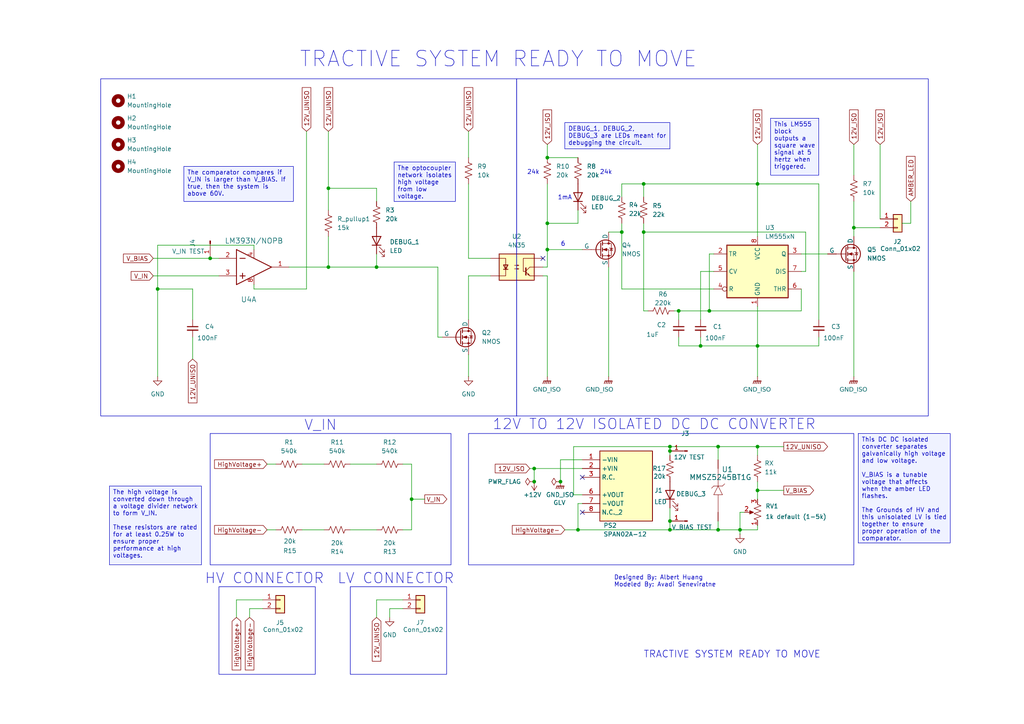
<source format=kicad_sch>
(kicad_sch (version 20250114) (generator "eeschema") (generator_version "9.0")
  (paper "A4")
  (lib_symbols
    (symbol "2025-02-03_19-55-47:LM393N_NOPB" (pin_names (offset 0.254) (hide yes))
      (property "Reference" "U4" (at 3.556 -14.478 0))
      (property "Value" "LM393N/NOPB" (at 5.08 2.54 0))
      (symbol "LM393N_NOPB_1_1"
        (polyline (pts (xy 0 0) (xy 0 -10.16)) (stroke (width 0.254)))
        (polyline (pts (xy 0 0) (xy 10.16 -5.08)) (stroke (width 0.254)))
        (polyline (pts (xy 0 -10.16) (xy 10.16 -5.08)) (stroke (width 0.254)))
        (polyline (pts (xy 1.016 -2.54) (xy 2.54 -2.54)) (stroke (width 0.254)))
        (polyline (pts (xy 1.016 -7.62) (xy 2.54 -7.62)) (stroke (width 0.254)))
        (polyline (pts (xy 1.778 -6.858) (xy 1.778 -8.382)) (stroke (width 0.254)))
        (pin input line (at -5.08 -2.54 0) (length 5.08) (name "IN-") (number "2"))
        (pin input line (at -5.08 -7.62 0) (length 5.08) (name "IN+") (number "3"))
        (pin input line (at 5.08 0 270) (length 2.54) (name "GND") (number "4"))
        (pin input line (at 5.08 -10.16 90) (length 2.54) (name "V+") (number "8"))
        (pin output line (at 15.24 -5.08 180) (length 5.08) (name "OUT") (number "1"))
      )
      (symbol "LM393N_NOPB_1_2"
        (polyline (pts (xy 0 0) (xy 0 -10.16)) (stroke (width 0.254)))
        (polyline (pts (xy 0 0) (xy 10.16 -5.08)) (stroke (width 0.254)))
        (polyline (pts (xy 0 -10.16) (xy 10.16 -5.08)) (stroke (width 0.254)))
        (polyline (pts (xy 1.016 -2.54) (xy 2.54 -2.54)) (stroke (width 0.254)))
        (polyline (pts (xy 1.016 -7.62) (xy 2.54 -7.62)) (stroke (width 0.254)))
        (polyline (pts (xy 1.778 -6.858) (xy 1.778 -8.382)) (stroke (width 0.254)))
        (pin input line (at -5.08 -2.54 0) (length 5.08) (name "IN-") (number "2"))
        (pin input line (at -5.08 -7.62 0) (length 5.08) (name "IN+") (number "3"))
        (pin output line (at 15.24 -5.08 180) (length 5.08) (name "OUT") (number "1"))
      )
      (symbol "LM393N_NOPB_2_1"
        (polyline (pts (xy 0 0) (xy 0 -10.16)) (stroke (width 0.254)))
        (polyline (pts (xy 0 0) (xy 10.16 -5.08)) (stroke (width 0.254)))
        (polyline (pts (xy 0 -10.16) (xy 10.16 -5.08)) (stroke (width 0.254)))
        (polyline (pts (xy 1.016 -2.54) (xy 2.54 -2.54)) (stroke (width 0.254)))
        (polyline (pts (xy 1.016 -7.62) (xy 2.54 -7.62)) (stroke (width 0.254)))
        (polyline (pts (xy 1.778 -6.858) (xy 1.778 -8.382)) (stroke (width 0.254)))
        (polyline (pts (xy 5.08 0) (xy 5.08 -2.54)) (stroke (width 0.254)))
        (polyline (pts (xy 5.08 -7.62) (xy 5.08 -10.16)) (stroke (width 0.254)))
        (pin input line (at -5.08 -2.54 0) (length 5.08) (name "IN-") (number "6"))
        (pin input line (at -5.08 -7.62 0) (length 5.08) (name "IN+") (number "5"))
        (pin output line (at 15.24 -5.08 180) (length 5.08) (name "OUT") (number "7"))
      )
      (symbol "LM393N_NOPB_2_2"
        (polyline (pts (xy 0 0) (xy 0 -10.16)) (stroke (width 0.254)))
        (polyline (pts (xy 0 0) (xy 10.16 -5.08)) (stroke (width 0.254)))
        (polyline (pts (xy 0 -10.16) (xy 10.16 -5.08)) (stroke (width 0.254)))
        (polyline (pts (xy 1.016 -2.54) (xy 2.54 -2.54)) (stroke (width 0.254)))
        (polyline (pts (xy 1.016 -7.62) (xy 2.54 -7.62)) (stroke (width 0.254)))
        (polyline (pts (xy 1.778 -6.858) (xy 1.778 -8.382)) (stroke (width 0.254)))
        (pin input line (at -5.08 -2.54 0) (length 5.08) (name "IN-") (number "6"))
        (pin input line (at -5.08 -7.62 0) (length 5.08) (name "IN+") (number "5"))
        (pin output line (at 15.24 -5.08 180) (length 5.08) (name "OUT") (number "7"))
      )
    )
    (symbol "2025-02-06_09-51-02:MMSZ5245BT1G" (pin_numbers (hide yes)) (pin_names (offset 0.254) (hide yes))
      (property "Reference" "U" (at 8.89 5.08 0))
      (property "Value" "MMSZ5245BT1G" (at 0 0 0))
      (symbol "MMSZ5245BT1G_0_1"
        (polyline (pts (xy 2.54 0) (xy 7.62 0)) (stroke (width 0.127)))
        (polyline (pts (xy 7.62 1.27) (xy 6.985 1.905)) (stroke (width 0.127)))
        (polyline (pts (xy 7.62 -1.27) (xy 7.62 1.27)) (stroke (width 0.127)))
        (polyline (pts (xy 7.62 -1.27) (xy 8.255 -1.905)) (stroke (width 0.127)))
        (polyline (pts (xy 10.16 1.27) (xy 7.62 0)) (stroke (width 0.127)))
        (polyline (pts (xy 10.16 -1.27) (xy 7.62 0)) (stroke (width 0.127)))
        (polyline (pts (xy 10.16 -1.27) (xy 10.16 1.27)) (stroke (width 0.127)))
        (polyline (pts (xy 15.24 0) (xy 10.16 0)) (stroke (width 0.127)))
        (pin unspecified line (at 0 0 0) (length 2.54) (name "CATHODE") (number "1"))
        (pin unspecified line (at 17.78 0 180) (length 2.54) (name "ANODE") (number "2"))
      )
    )
    (symbol "Connector:Conn_01x01_Pin" (pin_names (offset 1.016) (hide yes))
      (property "Reference" "J" (at 0 2.54 0))
      (property "Value" "Conn_01x01_Pin" (at 0 -2.54 0))
      (symbol "Conn_01x01_Pin_1_1"
        (rectangle (start 0.8636 0.127) (end 0 -0.127) (stroke (width 0.1524)) (fill (type outline)))
        (polyline (pts (xy 1.27 0) (xy 0.8636 0)) (stroke (width 0.1524)))
        (pin passive line (at 5.08 0 180) (length 3.81) (name "Pin_1") (number "1"))
      )
    )
    (symbol "Connector_Generic:Conn_01x02" (pin_names (offset 1.016) (hide yes))
      (property "Reference" "J" (at 0 2.54 0))
      (property "Value" "Conn_01x02" (at 0 -5.08 0))
      (symbol "Conn_01x02_1_1"
        (rectangle (start -1.27 1.27) (end 1.27 -3.81) (stroke (width 0.254)) (fill (type background)))
        (rectangle (start -1.27 0.127) (end 0 -0.127) (stroke (width 0.1524)))
        (rectangle (start -1.27 -2.413) (end 0 -2.667) (stroke (width 0.1524)))
        (pin passive line (at -5.08 0 0) (length 3.81) (name "Pin_1") (number "1"))
        (pin passive line (at -5.08 -2.54 0) (length 3.81) (name "Pin_2") (number "2"))
      )
    )
    (symbol "Device:C_Small" (pin_numbers (hide yes)) (pin_names (offset 0.254) (hide yes))
      (property "Reference" "C" (at 0.254 1.778 0))
      (property "Value" "C_Small" (at 0.254 -2.032 0))
      (symbol "C_Small_0_1"
        (polyline (pts (xy -1.524 0.508) (xy 1.524 0.508)) (stroke (width 0.3048)))
        (polyline (pts (xy -1.524 -0.508) (xy 1.524 -0.508)) (stroke (width 0.3302)))
      )
      (symbol "C_Small_1_1"
        (pin passive line (at 0 2.54 270) (length 2.032) (name "~") (number "1"))
        (pin passive line (at 0 -2.54 90) (length 2.032) (name "~") (number "2"))
      )
    )
    (symbol "Device:LED" (pin_numbers (hide yes)) (pin_names (offset 1.016) (hide yes))
      (property "Reference" "D" (at 0 2.54 0))
      (property "Value" "LED" (at 0 -2.54 0))
      (symbol "LED_0_1"
        (polyline (pts (xy -3.048 -0.762) (xy -4.572 -2.286) (xy -3.81 -2.286) (xy -4.572 -2.286) (xy -4.572 -1.524)))
        (polyline (pts (xy -1.778 -0.762) (xy -3.302 -2.286) (xy -2.54 -2.286) (xy -3.302 -2.286) (xy -3.302 -1.524)))
        (polyline (pts (xy -1.27 0) (xy 1.27 0)))
        (polyline (pts (xy -1.27 -1.27) (xy -1.27 1.27)) (stroke (width 0.254)))
        (polyline (pts (xy 1.27 -1.27) (xy 1.27 1.27) (xy -1.27 0) (xy 1.27 -1.27)) (stroke (width 0.254)))
      )
      (symbol "LED_1_1"
        (pin passive line (at -3.81 0 0) (length 2.54) (name "K") (number "1"))
        (pin passive line (at 3.81 0 180) (length 2.54) (name "A") (number "2"))
      )
    )
    (symbol "Device:R_Potentiometer_US" (pin_names (offset 1.016) (hide yes))
      (property "Reference" "RV" (at -4.445 0 90))
      (property "Value" "R_Potentiometer_US" (at -2.54 0 90))
      (symbol "R_Potentiometer_US_0_1"
        (polyline (pts (xy 0 2.54) (xy 0 2.286)))
        (polyline (pts (xy 0 2.286) (xy 1.016 1.905) (xy 0 1.524) (xy -1.016 1.143) (xy 0 0.762)))
        (polyline (pts (xy 0 0.762) (xy 1.016 0.381) (xy 0 0) (xy -1.016 -0.381) (xy 0 -0.762)))
        (polyline (pts (xy 0 -0.762) (xy 1.016 -1.143) (xy 0 -1.524) (xy -1.016 -1.905) (xy 0 -2.286)))
        (polyline (pts (xy 0 -2.286) (xy 0 -2.54)))
        (polyline (pts (xy 1.143 0) (xy 2.286 0.508) (xy 2.286 -0.508) (xy 1.143 0)) (fill (type outline)))
        (polyline (pts (xy 2.54 0) (xy 1.524 0)))
      )
      (symbol "R_Potentiometer_US_1_1"
        (pin passive line (at 0 3.81 270) (length 1.27) (name "1") (number "1"))
        (pin passive line (at 0 -3.81 90) (length 1.27) (name "3") (number "3"))
        (pin passive line (at 3.81 0 180) (length 1.27) (name "2") (number "2"))
      )
    )
    (symbol "Device:R_US" (pin_numbers (hide yes)) (pin_names (offset 0))
      (property "Reference" "R" (at 2.54 0 90))
      (property "Value" "R_US" (at -2.54 0 90))
      (symbol "R_US_0_1"
        (polyline (pts (xy 0 2.286) (xy 0 2.54)))
        (polyline (pts (xy 0 2.286) (xy 1.016 1.905) (xy 0 1.524) (xy -1.016 1.143) (xy 0 0.762)))
        (polyline (pts (xy 0 0.762) (xy 1.016 0.381) (xy 0 0) (xy -1.016 -0.381) (xy 0 -0.762)))
        (polyline (pts (xy 0 -0.762) (xy 1.016 -1.143) (xy 0 -1.524) (xy -1.016 -1.905) (xy 0 -2.286)))
        (polyline (pts (xy 0 -2.286) (xy 0 -2.54)))
      )
      (symbol "R_US_1_1"
        (pin passive line (at 0 3.81 270) (length 1.27) (name "~") (number "1"))
        (pin passive line (at 0 -3.81 90) (length 1.27) (name "~") (number "2"))
      )
    )
    (symbol "Isolator:4N35" (pin_numbers (hide yes)) (pin_names (offset 1.016))
      (property "Reference" "U" (at -5.08 5.08 0))
      (property "Value" "4N35" (at 0 5.08 0))
      (symbol "4N35_0_1"
        (rectangle (start -5.08 3.81) (end 5.08 -3.81) (stroke (width 0.254)) (fill (type background)))
        (polyline (pts (xy -5.08 -2.54) (xy -3.175 -2.54) (xy -3.175 2.54) (xy -5.08 2.54)))
        (polyline (pts (xy -3.81 -0.635) (xy -2.54 -0.635)) (stroke (width 0.254)))
        (polyline (pts (xy -3.175 -0.635) (xy -3.81 0.635) (xy -2.54 0.635) (xy -3.175 -0.635)) (stroke (width 0.254)))
        (polyline (pts (xy -0.635 0.508) (xy 0.635 0.508) (xy 0.254 0.381) (xy 0.254 0.635) (xy 0.635 0.508)))
        (polyline (pts (xy -0.635 -0.508) (xy 0.635 -0.508) (xy 0.254 -0.635) (xy 0.254 -0.381) (xy 0.635 -0.508)))
        (polyline (pts (xy 2.667 -0.254) (xy 2.667 -2.286) (xy 2.667 -2.286)) (stroke (width 0.3556)))
        (polyline (pts (xy 2.667 -1.143) (xy 3.81 0)))
        (polyline (pts (xy 2.667 -1.397) (xy 3.81 -2.54)))
        (polyline (pts (xy 3.683 -2.413) (xy 3.429 -1.905) (xy 3.175 -2.159) (xy 3.683 -2.413)))
        (polyline (pts (xy 3.81 0) (xy 5.08 0)))
        (polyline (pts (xy 3.81 -2.54) (xy 5.08 -2.54)))
        (polyline (pts (xy 5.08 2.54) (xy 1.905 2.54) (xy 1.905 -1.27) (xy 2.54 -1.27)))
      )
      (symbol "4N35_1_1"
        (pin passive line (at -7.62 2.54 0) (length 2.54) (name "~") (number "1"))
        (pin passive line (at -7.62 -2.54 0) (length 2.54) (name "~") (number "2"))
        (pin no_connect line (at -5.08 0 0) (length 2.54) (hide yes) (name "NC") (number "3"))
        (pin passive line (at 7.62 2.54 180) (length 2.54) (name "~") (number "6"))
        (pin passive line (at 7.62 0 180) (length 2.54) (name "~") (number "5"))
        (pin passive line (at 7.62 -2.54 180) (length 2.54) (name "~") (number "4"))
      )
    )
    (symbol "Mechanical:MountingHole" (pin_names (offset 1.016)) (exclude_from_sim yes) (in_bom no)
      (property "Reference" "H" (at 0 5.08 0))
      (property "Value" "MountingHole" (at 0 3.175 0))
      (symbol "MountingHole_0_1"
        (circle (center 0 0) (radius 1.27) (stroke (width 1.27)))
      )
    )
    (symbol "SPAN02A-12:SPAN02A-12"
      (property "Reference" "PS2" (at 6.096 -19.05 0))
      (property "Value" "SPAN02A-12" (at 6.096 -21.59 0))
      (symbol "SPAN02A-12_1_1"
        (rectangle (start 5.08 2.54) (end 20.32 -17.78) (stroke (width 0.254)) (fill (type background)))
        (pin passive line (at 0 0 0) (length 5.08) (name "-VIN") (number "1"))
        (pin passive line (at 0 -2.54 0) (length 5.08) (name "+VIN") (number "2"))
        (pin passive line (at 0 -5.08 0) (length 5.08) (name "R.C.") (number "3"))
        (pin passive line (at 0 -10.16 0) (length 5.08) (name "+VOUT") (number "6"))
        (pin passive line (at 0 -12.7 0) (length 5.08) (name "-VOUT") (number "7"))
        (pin passive line (at 0 -15.24 0) (length 5.08) (name "N.C._2") (number "8"))
      )
    )
    (symbol "Simulation_SPICE:NMOS" (pin_numbers (hide yes)) (pin_names (offset 0))
      (property "Reference" "Q" (at 5.08 1.27 0))
      (property "Value" "NMOS" (at 5.08 -1.27 0))
      (symbol "NMOS_0_1"
        (polyline (pts (xy 0.254 1.905) (xy 0.254 -1.905)) (stroke (width 0.254)))
        (polyline (pts (xy 0.254 0) (xy -2.54 0)))
        (polyline (pts (xy 0.762 2.286) (xy 0.762 1.27)) (stroke (width 0.254)))
        (polyline (pts (xy 0.762 0.508) (xy 0.762 -0.508)) (stroke (width 0.254)))
        (polyline (pts (xy 0.762 -1.27) (xy 0.762 -2.286)) (stroke (width 0.254)))
        (polyline (pts (xy 0.762 -1.778) (xy 3.302 -1.778) (xy 3.302 1.778) (xy 0.762 1.778)))
        (polyline (pts (xy 1.016 0) (xy 2.032 0.381) (xy 2.032 -0.381) (xy 1.016 0)) (fill (type outline)))
        (circle (center 1.651 0) (radius 2.794) (stroke (width 0.254)))
        (polyline (pts (xy 2.54 2.54) (xy 2.54 1.778)))
        (circle (center 2.54 1.778) (radius 0.254) (fill (type outline)))
        (circle (center 2.54 -1.778) (radius 0.254) (fill (type outline)))
        (polyline (pts (xy 2.54 -2.54) (xy 2.54 0) (xy 0.762 0)))
        (polyline (pts (xy 2.794 0.508) (xy 2.921 0.381) (xy 3.683 0.381) (xy 3.81 0.254)))
        (polyline (pts (xy 3.302 0.381) (xy 2.921 -0.254) (xy 3.683 -0.254) (xy 3.302 0.381)))
      )
      (symbol "NMOS_1_1"
        (pin input line (at -5.08 0 0) (length 2.54) (name "G") (number "2"))
        (pin passive line (at 2.54 5.08 270) (length 2.54) (name "D") (number "1"))
        (pin passive line (at 2.54 -5.08 90) (length 2.54) (name "S") (number "3"))
      )
    )
    (symbol "Timer:LM555xN"
      (property "Reference" "U" (at -10.16 8.89 0))
      (property "Value" "LM555xN" (at 2.54 8.89 0))
      (symbol "LM555xN_0_0"
        (pin power_in line (at 0 10.16 270) (length 2.54) (name "VCC") (number "8"))
        (pin power_in line (at 0 -10.16 90) (length 2.54) (name "GND") (number "1"))
      )
      (symbol "LM555xN_0_1"
        (rectangle (start -8.89 -7.62) (end 8.89 7.62) (stroke (width 0.254)) (fill (type background)))
        (rectangle (start -8.89 -7.62) (end 8.89 7.62) (stroke (width 0.254)) (fill (type background)))
      )
      (symbol "LM555xN_1_1"
        (pin input line (at -12.7 5.08 0) (length 3.81) (name "TR") (number "2"))
        (pin input line (at -12.7 0 0) (length 3.81) (name "CV") (number "5"))
        (pin input inverted (at -12.7 -5.08 0) (length 3.81) (name "R") (number "4"))
        (pin output line (at 12.7 5.08 180) (length 3.81) (name "Q") (number "3"))
        (pin input line (at 12.7 0 180) (length 3.81) (name "DIS") (number "7"))
        (pin input line (at 12.7 -5.08 180) (length 3.81) (name "THR") (number "6"))
      )
    )
    (symbol "power:+12V" (power) (pin_numbers (hide yes)) (pin_names (offset 0) (hide yes))
      (property "Value" "+12V" (at 0 3.556 0))
      (symbol "+12V_0_1"
        (polyline (pts (xy -0.762 1.27) (xy 0 2.54)))
        (polyline (pts (xy 0 2.54) (xy 0.762 1.27)))
        (polyline (pts (xy 0 0) (xy 0 2.54)))
      )
      (symbol "+12V_1_1"
        (pin power_in line (at 0 0 90) (length 0) (name "~") (number "1"))
      )
    )
    (symbol "power:GND" (power) (pin_numbers (hide yes)) (pin_names (offset 0) (hide yes))
      (property "Value" "GND" (at 0 -3.81 0))
      (symbol "GND_0_1"
        (polyline (pts (xy 0 0) (xy 0 -1.27) (xy 1.27 -1.27) (xy 0 -2.54) (xy -1.27 -1.27) (xy 0 -1.27)))
      )
      (symbol "GND_1_1"
        (pin power_in line (at 0 0 270) (length 0) (name "~") (number "1"))
      )
    )
    (symbol "power:GNDPWR" (power) (pin_numbers (hide yes)) (pin_names (offset 0) (hide yes))
      (property "Value" "GNDPWR" (at 0 -3.302 0))
      (symbol "GNDPWR_0_1"
        (polyline (pts (xy -1.016 -1.27) (xy -1.27 -2.032) (xy -1.27 -2.032)) (stroke (width 0.2032)))
        (polyline (pts (xy -0.508 -1.27) (xy -0.762 -2.032) (xy -0.762 -2.032)) (stroke (width 0.2032)))
        (polyline (pts (xy 0 -1.27) (xy 0 0)))
        (polyline (pts (xy 0 -1.27) (xy -0.254 -2.032) (xy -0.254 -2.032)) (stroke (width 0.2032)))
        (polyline (pts (xy 0.508 -1.27) (xy 0.254 -2.032) (xy 0.254 -2.032)) (stroke (width 0.2032)))
        (polyline (pts (xy 1.016 -1.27) (xy -1.016 -1.27) (xy -1.016 -1.27)) (stroke (width 0.2032)))
        (polyline (pts (xy 1.016 -1.27) (xy 0.762 -2.032) (xy 0.762 -2.032) (xy 0.762 -2.032)) (stroke (width 0.2032)))
      )
      (symbol "GNDPWR_1_1"
        (pin power_in line (at 0 0 270) (length 0) (name "~") (number "1"))
      )
    )
    (symbol "power:PWR_FLAG" (power) (pin_numbers (hide yes)) (pin_names (offset 0) (hide yes))
      (property "Value" "PWR_FLAG" (at 0 3.81 0))
      (symbol "PWR_FLAG_0_0"
        (pin power_out line (at 0 0 90) (length 0) (name "~") (number "1"))
      )
      (symbol "PWR_FLAG_0_1"
        (polyline (pts (xy 0 0) (xy 0 1.27) (xy -1.016 1.905) (xy 0 2.54) (xy 1.016 1.905) (xy 0 1.27)))
      )
    )
  )
  (rectangle (start 135.89 125.73) (end 247.65 163.83))
  (rectangle (start 63.5 170.18) (end 91.44 195.58))
  (rectangle (start 29.21 22.86) (end 269.24 120.65))
  (rectangle (start 101.6 170.18) (end 129.54 195.58))
  (rectangle (start 60.96 125.73) (end 130.81 163.83))
  (text "12V TO 12V ISOLATED DC DC CONVERTER" (at 189.738 123.19 0) (effects (font (size 3 3))))
  (text "V_IN\n" (at 92.964 123.444 0) (effects (font (size 3 3))))
  (text "TRACTIVE SYSTEM READY TO MOVE\n\n" (at 212.344 191.516 0) (effects (font (size 2 2))))
  (text "24k\n" (at 175.768 50.038 0) (effects (font (size 1.27 1.27))))
  (text "1mA" (at 163.83 57.404 0) (effects (font (size 1.27 1.27))))
  (text "24k" (at 154.686 50.038 0) (effects (font (size 1.27 1.27))))
  (text "LV CONNECTOR" (at 114.808 167.894 0) (effects (font (size 3 3))))
  (text "TRACTIVE SYSTEM READY TO MOVE" (at 144.526 17.272 0) (effects (font (size 4.5 4.5))))
  (text "6" (at 163.322 70.866 0) (effects (font (size 1.27 1.27))))
  (text "Designed By: Albert Huang\nModeled By: Avadi Seneviratne" (at 178.054 168.656 0) (effects (font (size 1.27 1.27)) (justify left)))
  (text "HV CONNECTOR" (at 76.708 167.894 0) (effects (font (size 3 3))))
  (text_box "This DC DC isolated converter separates galvanically high voltage and low voltage.\n\nV_BIAS is a tunable voltage that affects when the amber LED flashes.\n\nThe Grounds of HV and this unisolated LV is tied together to ensure proper operation of the comparator." (at 248.92 125.73 0) (size 26.67 31.75) (margins 0.9525 0.9525 0.9525 0.9525) (fill (type color) (color 239 242 255 1)) (effects (font (size 1.27 1.27)) (justify left top)))
  (text_box "The comparator compares if V_IN is larger than V_BIAS. If true, then the system is above 60V." (at 53.34 48.26 0) (size 31.75 10.16) (margins 0.9525 0.9525 0.9525 0.9525) (fill (type color) (color 239 242 255 1)) (effects (font (size 1.27 1.27)) (justify left top)))
  (text_box "The high voltage is converted down through a voltage divider network to form V_IN. \n\nThese resistors are rated for at least 0.25W to ensure proper performance at high voltages." (at 31.75 140.97 0) (size 26.67 22.86) (margins 0.9525 0.9525 0.9525 0.9525) (fill (type color) (color 239 242 255 1)) (effects (font (size 1.27 1.27)) (justify left top)))
  (text_box "This LM555 block outputs a square wave signal at 5 hertz when triggered." (at 223.52 34.29 0) (size 13.97 16.51) (margins 0.9525 0.9525 0.9525 0.9525) (fill (type color) (color 239 242 255 1)) (effects (font (size 1.27 1.27)) (justify left top)))
  (text_box "DEBUG_1, DEBUG_2, DEBUG_3 are LEDs meant for debugging the circuit.\n" (at 163.83 35.56 0) (size 30.48 7.62) (margins 0.9525 0.9525 0.9525 0.9525) (fill (type color) (color 239 242 255 1)) (effects (font (size 1.27 1.27)) (justify left top)))
  (text_box "The optocoupler network isolates high voltage from low voltage." (at 114.3 46.99 0) (size 17.78 11.43) (margins 0.9525 0.9525 0.9525 0.9525) (fill (type color) (color 239 242 255 1)) (effects (font (size 1.27 1.27)) (justify left top)))
  (junction (at 95.25 77.47))
  (junction (at 154.94 135.89))
  (junction (at 158.75 64.77))
  (junction (at 196.85 90.17))
  (junction (at 194.31 153.67))
  (junction (at 60.96 74.93))
  (junction (at 95.25 54.61))
  (junction (at 208.28 153.67))
  (junction (at 247.65 66.04))
  (junction (at 205.74 90.17))
  (junction (at 167.64 153.67))
  (junction (at 203.2 100.33))
  (junction (at 186.69 53.34))
  (junction (at 194.31 130.81))
  (junction (at 186.69 67.31))
  (junction (at 219.71 100.33))
  (junction (at 158.75 45.72))
  (junction (at 194.31 151.13))
  (junction (at 158.75 72.39))
  (junction (at 219.71 142.24))
  (junction (at 219.71 129.54))
  (junction (at 214.63 153.67))
  (junction (at 162.56 139.7))
  (junction (at 180.34 67.31))
  (junction (at 109.22 77.47))
  (junction (at 208.28 129.54))
  (junction (at 45.72 83.82))
  (junction (at 154.94 139.7))
  (junction (at 219.71 53.34))
  (junction (at 194.31 129.54))
  (junction (at 119.38 144.78))
  (no_connect (at 168.91 148.59))
  (no_connect (at 168.91 138.43))
  (no_connect (at 157.48 74.93))
  (wire (pts (xy 83.82 77.47) (xy 95.25 77.47)))
  (wire (pts (xy 207.01 73.66) (xy 205.74 73.66)))
  (wire (pts (xy 157.48 77.47) (xy 158.75 77.47)))
  (wire (pts (xy 109.22 73.66) (xy 109.22 77.47)))
  (wire (pts (xy 80.01 153.67) (xy 77.47 153.67)))
  (wire (pts (xy 88.9 83.82) (xy 88.9 38.1)))
  (wire (pts (xy 45.72 71.12) (xy 45.72 83.82)))
  (wire (pts (xy 203.2 97.79) (xy 203.2 100.33)))
  (wire (pts (xy 135.89 80.01) (xy 135.89 92.71)))
  (polyline (pts (xy 149.86 22.86) (xy 149.86 120.65)))
  (wire (pts (xy 219.71 53.34) (xy 219.71 68.58)))
  (wire (pts (xy 205.74 73.66) (xy 205.74 90.17)))
  (wire (pts (xy 180.34 67.31) (xy 180.34 83.82)))
  (wire (pts (xy 73.66 71.12) (xy 73.66 72.39)))
  (wire (pts (xy 119.38 144.78) (xy 123.19 144.78)))
  (wire (pts (xy 68.58 179.07) (xy 68.58 173.99)))
  (wire (pts (xy 237.49 53.34) (xy 219.71 53.34)))
  (wire (pts (xy 167.64 146.05) (xy 167.64 153.67)))
  (wire (pts (xy 109.22 77.47) (xy 127 77.47)))
  (wire (pts (xy 158.75 64.77) (xy 167.64 64.77)))
  (wire (pts (xy 101.6 134.62) (xy 109.22 134.62)))
  (wire (pts (xy 72.39 179.07) (xy 72.39 176.53)))
  (wire (pts (xy 208.28 153.67) (xy 214.63 153.67)))
  (wire (pts (xy 73.66 71.12) (xy 45.72 71.12)))
  (wire (pts (xy 158.75 64.77) (xy 158.75 72.39)))
  (wire (pts (xy 196.85 100.33) (xy 196.85 97.79)))
  (wire (pts (xy 166.37 143.51) (xy 166.37 129.54)))
  (wire (pts (xy 154.94 135.89) (xy 154.94 139.7)))
  (wire (pts (xy 194.31 153.67) (xy 208.28 153.67)))
  (wire (pts (xy 208.28 151.13) (xy 208.28 153.67)))
  (wire (pts (xy 162.56 133.35) (xy 162.56 139.7)))
  (wire (pts (xy 142.24 80.01) (xy 135.89 80.01)))
  (wire (pts (xy 116.84 134.62) (xy 119.38 134.62)))
  (wire (pts (xy 186.69 53.34) (xy 186.69 57.15)))
  (wire (pts (xy 93.98 153.67) (xy 87.63 153.67)))
  (wire (pts (xy 203.2 100.33) (xy 219.71 100.33)))
  (wire (pts (xy 255.27 41.91) (xy 255.27 63.5)))
  (wire (pts (xy 233.68 78.74) (xy 233.68 67.31)))
  (wire (pts (xy 168.91 143.51) (xy 166.37 143.51)))
  (wire (pts (xy 207.01 78.74) (xy 203.2 78.74)))
  (wire (pts (xy 180.34 53.34) (xy 186.69 53.34)))
  (wire (pts (xy 158.75 80.01) (xy 158.75 109.22)))
  (wire (pts (xy 167.64 60.96) (xy 167.64 64.77)))
  (wire (pts (xy 247.65 41.91) (xy 247.65 50.8)))
  (wire (pts (xy 194.31 129.54) (xy 194.31 130.81)))
  (wire (pts (xy 232.41 83.82) (xy 232.41 90.17)))
  (wire (pts (xy 237.49 92.71) (xy 237.49 53.34)))
  (wire (pts (xy 195.58 90.17) (xy 196.85 90.17)))
  (wire (pts (xy 180.34 83.82) (xy 207.01 83.82)))
  (wire (pts (xy 158.75 72.39) (xy 158.75 77.47)))
  (wire (pts (xy 176.53 67.31) (xy 180.34 67.31)))
  (wire (pts (xy 77.47 134.62) (xy 80.01 134.62)))
  (wire (pts (xy 186.69 90.17) (xy 187.96 90.17)))
  (wire (pts (xy 219.71 100.33) (xy 219.71 109.22)))
  (wire (pts (xy 154.94 135.89) (xy 168.91 135.89)))
  (wire (pts (xy 219.71 53.34) (xy 186.69 53.34)))
  (wire (pts (xy 247.65 58.42) (xy 247.65 66.04)))
  (wire (pts (xy 158.75 45.72) (xy 167.64 45.72)))
  (wire (pts (xy 157.48 80.01) (xy 158.75 80.01)))
  (polyline (pts (xy 149.86 22.86) (xy 149.86 120.65)))
  (wire (pts (xy 194.31 151.13) (xy 194.31 153.67)))
  (wire (pts (xy 219.71 142.24) (xy 219.71 144.78)))
  (wire (pts (xy 215.9 148.59) (xy 214.63 148.59)))
  (wire (pts (xy 87.63 134.62) (xy 93.98 134.62)))
  (wire (pts (xy 219.71 152.4) (xy 219.71 153.67)))
  (wire (pts (xy 95.25 54.61) (xy 95.25 60.96)))
  (wire (pts (xy 247.65 78.74) (xy 247.65 109.22)))
  (wire (pts (xy 219.71 41.91) (xy 219.71 53.34)))
  (wire (pts (xy 163.83 153.67) (xy 167.64 153.67)))
  (wire (pts (xy 205.74 90.17) (xy 232.41 90.17)))
  (wire (pts (xy 166.37 129.54) (xy 194.31 129.54)))
  (wire (pts (xy 162.56 133.35) (xy 168.91 133.35)))
  (wire (pts (xy 158.75 53.34) (xy 158.75 64.77)))
  (wire (pts (xy 109.22 179.07) (xy 109.22 173.99)))
  (wire (pts (xy 168.91 146.05) (xy 167.64 146.05)))
  (wire (pts (xy 68.58 173.99) (xy 76.2 173.99)))
  (wire (pts (xy 101.6 153.67) (xy 109.22 153.67)))
  (wire (pts (xy 135.89 102.87) (xy 135.89 109.22)))
  (wire (pts (xy 203.2 78.74) (xy 203.2 92.71)))
  (wire (pts (xy 237.49 100.33) (xy 237.49 97.79)))
  (wire (pts (xy 73.66 82.55) (xy 73.66 83.82)))
  (wire (pts (xy 158.75 41.91) (xy 158.75 45.72)))
  (wire (pts (xy 180.34 64.77) (xy 180.34 67.31)))
  (wire (pts (xy 186.69 67.31) (xy 186.69 64.77)))
  (wire (pts (xy 219.71 153.67) (xy 214.63 153.67)))
  (wire (pts (xy 113.03 179.07) (xy 113.03 176.53)))
  (wire (pts (xy 208.28 129.54) (xy 208.28 133.35)))
  (wire (pts (xy 167.64 153.67) (xy 194.31 153.67)))
  (wire (pts (xy 135.89 53.34) (xy 135.89 74.93)))
  (wire (pts (xy 219.71 100.33) (xy 237.49 100.33)))
  (wire (pts (xy 196.85 90.17) (xy 205.74 90.17)))
  (wire (pts (xy 219.71 129.54) (xy 227.33 129.54)))
  (wire (pts (xy 55.88 97.79) (xy 55.88 104.14)))
  (wire (pts (xy 95.25 38.1) (xy 95.25 54.61)))
  (wire (pts (xy 73.66 83.82) (xy 88.9 83.82)))
  (wire (pts (xy 219.71 139.7) (xy 219.71 142.24)))
  (wire (pts (xy 135.89 38.1) (xy 135.89 45.72)))
  (wire (pts (xy 45.72 83.82) (xy 55.88 83.82)))
  (wire (pts (xy 127 77.47) (xy 127 97.79)))
  (wire (pts (xy 194.31 147.32) (xy 194.31 151.13)))
  (wire (pts (xy 247.65 66.04) (xy 247.65 68.58)))
  (wire (pts (xy 180.34 57.15) (xy 180.34 53.34)))
  (wire (pts (xy 261.62 64.77) (xy 264.16 64.77)))
  (wire (pts (xy 153.67 135.89) (xy 154.94 135.89)))
  (wire (pts (xy 119.38 144.78) (xy 119.38 153.67)))
  (wire (pts (xy 247.65 66.04) (xy 255.27 66.04)))
  (wire (pts (xy 119.38 153.67) (xy 116.84 153.67)))
  (wire (pts (xy 194.31 130.81) (xy 194.31 132.08)))
  (wire (pts (xy 128.27 97.79) (xy 127 97.79)))
  (wire (pts (xy 95.25 77.47) (xy 109.22 77.47)))
  (wire (pts (xy 135.89 74.93) (xy 142.24 74.93)))
  (wire (pts (xy 45.72 83.82) (xy 45.72 109.22)))
  (wire (pts (xy 232.41 73.66) (xy 240.03 73.66)))
  (wire (pts (xy 186.69 67.31) (xy 186.69 90.17)))
  (wire (pts (xy 109.22 58.42) (xy 109.22 54.61)))
  (wire (pts (xy 219.71 129.54) (xy 219.71 132.08)))
  (wire (pts (xy 158.75 72.39) (xy 168.91 72.39)))
  (wire (pts (xy 196.85 92.71) (xy 196.85 90.17)))
  (wire (pts (xy 60.96 74.93) (xy 63.5 74.93)))
  (wire (pts (xy 176.53 77.47) (xy 176.53 109.22)))
  (wire (pts (xy 219.71 142.24) (xy 227.33 142.24)))
  (wire (pts (xy 186.69 67.31) (xy 233.68 67.31)))
  (wire (pts (xy 119.38 134.62) (xy 119.38 144.78)))
  (wire (pts (xy 95.25 68.58) (xy 95.25 77.47)))
  (wire (pts (xy 214.63 148.59) (xy 214.63 153.67)))
  (wire (pts (xy 208.28 129.54) (xy 219.71 129.54)))
  (wire (pts (xy 264.16 64.77) (xy 264.16 58.42)))
  (wire (pts (xy 95.25 54.61) (xy 109.22 54.61)))
  (wire (pts (xy 196.85 100.33) (xy 203.2 100.33)))
  (wire (pts (xy 72.39 176.53) (xy 76.2 176.53)))
  (wire (pts (xy 232.41 78.74) (xy 233.68 78.74)))
  (wire (pts (xy 219.71 88.9) (xy 219.71 100.33)))
  (wire (pts (xy 44.45 74.93) (xy 60.96 74.93)))
  (wire (pts (xy 194.31 129.54) (xy 208.28 129.54)))
  (wire (pts (xy 109.22 173.99) (xy 116.84 173.99)))
  (wire (pts (xy 44.45 80.01) (xy 63.5 80.01)))
  (wire (pts (xy 113.03 176.53) (xy 116.84 176.53)))
  (wire (pts (xy 55.88 83.82) (xy 55.88 92.71)))
  (wire (pts (xy 214.63 153.67) (xy 214.63 154.94)))
  (global_label "12V_ISO" (shape input) (at 247.65 41.91 90) (property "Intersheetrefs" "${INTERSHEET_REFS}" (effects (hide yes))))
  (global_label "12V_UNISO" (shape input) (at 88.9 38.1 90) (property "Intersheetrefs" "${INTERSHEET_REFS}" (effects (hide yes))))
  (global_label "12V_ISO" (shape input) (at 153.67 135.89 180) (property "Intersheetrefs" "${INTERSHEET_REFS}" (effects (hide yes))))
  (global_label "12V_ISO" (shape input) (at 219.71 41.91 90) (property "Intersheetrefs" "${INTERSHEET_REFS}" (effects (hide yes))))
  (global_label "12V_UNISO" (shape input) (at 135.89 38.1 90) (property "Intersheetrefs" "${INTERSHEET_REFS}" (effects (hide yes))))
  (global_label "HighVoltage+" (shape input) (at 68.58 179.07 270) (property "Intersheetrefs" "${INTERSHEET_REFS}" (effects (hide yes))))
  (global_label "12V_UNISO" (shape input) (at 95.25 38.1 90) (property "Intersheetrefs" "${INTERSHEET_REFS}" (effects (hide yes))))
  (global_label "12V_UNISO" (shape output) (at 227.33 129.54 0) (property "Intersheetrefs" "${INTERSHEET_REFS}" (effects (hide yes))))
  (global_label "12V_UNISO" (shape input) (at 55.88 104.14 270) (property "Intersheetrefs" "${INTERSHEET_REFS}" (effects (hide yes))))
  (global_label "12V_ISO" (shape input) (at 158.75 41.91 90) (property "Intersheetrefs" "${INTERSHEET_REFS}" (effects (hide yes))))
  (global_label "V_IN" (shape output) (at 123.19 144.78 0) (property "Intersheetrefs" "${INTERSHEET_REFS}" (effects (hide yes))))
  (global_label "AMBER_LED" (shape input) (at 264.16 58.42 90) (property "Intersheetrefs" "${INTERSHEET_REFS}" (effects (hide yes))))
  (global_label "HighVoltage-" (shape input) (at 163.83 153.67 180) (property "Intersheetrefs" "${INTERSHEET_REFS}" (effects (hide yes))))
  (global_label "HighVoltage+" (shape input) (at 77.47 134.62 180) (property "Intersheetrefs" "${INTERSHEET_REFS}" (effects (hide yes))))
  (global_label "12V_UNISO" (shape input) (at 109.22 179.07 270) (property "Intersheetrefs" "${INTERSHEET_REFS}" (effects (hide yes))))
  (global_label "V_BIAS" (shape input) (at 44.45 74.93 180) (property "Intersheetrefs" "${INTERSHEET_REFS}" (effects (hide yes))))
  (global_label "HighVoltage-" (shape input) (at 72.39 179.07 270) (property "Intersheetrefs" "${INTERSHEET_REFS}" (effects (hide yes))))
  (global_label "V_BIAS" (shape output) (at 227.33 142.24 0) (property "Intersheetrefs" "${INTERSHEET_REFS}" (effects (hide yes))))
  (global_label "HighVoltage-" (shape input) (at 77.47 153.67 180) (property "Intersheetrefs" "${INTERSHEET_REFS}" (effects (hide yes))))
  (global_label "12V_ISO" (shape input) (at 255.27 41.91 90) (property "Intersheetrefs" "${INTERSHEET_REFS}" (effects (hide yes))))
  (global_label "V_IN" (shape input) (at 44.45 80.01 180) (property "Intersheetrefs" "${INTERSHEET_REFS}" (effects (hide yes))))
  (symbol (lib_id "Device:C_Small") (at 55.88 95.25 0) (unit 1)
    (property "Reference" "C4" (at 59.436 94.742 0) (effects (justify left)))
    (property "Value" "100nF" (at 57.15 98.044 0) (effects (justify left)))
    (property "Footprint" "Capacitor_SMD:C_0805_2012Metric" (effects (hide yes)))
    (property "Description" "Unpolarized capacitor, small symbol" (effects (hide yes)))
  )
  (symbol (lib_id "Device:LED") (at 109.22 69.85 90) (unit 1)
    (property "Reference" "DEBUG_1" (at 113.03 70.1674 90) (effects (justify right)))
    (property "Value" "LED" (at 113.03 72.7074 90) (effects (justify right)))
    (property "Footprint" "LED_THT:LED_D5.0mm" (effects (hide yes)))
    (property "Description" "Light emitting diode" (effects (hide yes)))
  )
  (symbol (lib_id "Device:R_US") (at 180.34 60.96 0) (unit 1)
    (property "Reference" "R4" (at 182.372 59.436 0) (effects (justify left)))
    (property "Value" "22k" (at 182.372 61.976 0) (effects (justify left)))
    (property "Footprint" "Resistor_SMD:R_0805_2012Metric" (effects (hide yes)))
    (property "Description" "Resistor, US symbol" (effects (hide yes)))
  )
  (symbol (lib_id "Device:R_US") (at 186.69 60.96 0) (unit 1)
    (property "Reference" "R5" (at 189.23 59.6899 0) (effects (justify left)))
    (property "Value" "22k" (at 189.23 62.2299 0) (effects (justify left)))
    (property "Footprint" "Resistor_SMD:R_0805_2012Metric" (effects (hide yes)))
    (property "Description" "Resistor, US symbol" (effects (hide yes)))
  )
  (symbol (lib_id "power:GNDPWR") (at 158.75 109.22 0) (unit 1)
    (property "Reference" "#PWR02" (effects (hide yes)))
    (property "Value" "GND_ISO" (at 158.623 113.03 0))
    (property "Description" "Power symbol creates a global label with name \"GNDPWR\" , global ground" (effects (hide yes)))
  )
  (symbol (lib_id "Mechanical:MountingHole") (at 34.29 35.56 0) (unit 1) (exclude_from_sim yes) (in_bom no)
    (property "Reference" "H2" (at 36.83 34.2899 0) (effects (justify left)))
    (property "Value" "MountingHole" (at 36.83 36.8299 0) (effects (justify left)))
    (property "Footprint" "MountingHole:MountingHole_3.2mm_M3" (effects (hide yes)))
    (property "Description" "Mounting Hole without connection" (effects (hide yes)))
  )
  (symbol (lib_id "Connector_Generic:Conn_01x02") (at 81.28 173.99 0) (unit 1)
    (property "Reference" "J5" (at 80.01 180.594 0) (effects (justify left)))
    (property "Value" "Conn_01x02" (at 76.2 182.626 0) (effects (justify left)))
    (property "Footprint" "Connector_Molex:Molex_Mini-Fit_Jr_5566-02A2_2x01_P4.20mm_Vertical" (effects (hide yes)))
    (property "Description" "Generic connector, single row, 01x02, script generated (kicad-library-utils/schlib/autogen/connector/)" (effects (hide yes)))
  )
  (symbol (lib_id "power:GND") (at 135.89 109.22 0) (unit 1)
    (property "Reference" "#PWR04" (effects (hide yes)))
    (property "Value" "GND" (at 135.89 114.3 0))
    (property "Description" "Power symbol creates a global label with name \"GND\" , ground" (effects (hide yes)))
  )
  (symbol (lib_id "Device:LED") (at 167.64 57.15 90) (unit 1)
    (property "Reference" "DEBUG_2" (at 171.45 57.4674 90) (effects (justify right)))
    (property "Value" "LED" (at 171.45 60.0074 90) (effects (justify right)))
    (property "Footprint" "LED_THT:LED_D5.0mm" (effects (hide yes)))
    (property "Description" "Light emitting diode" (effects (hide yes)))
  )
  (symbol (lib_id "Device:C_Small") (at 196.85 95.25 0) (unit 1)
    (property "Reference" "C2" (at 190.5 94.234 0) (effects (justify left)))
    (property "Value" "1uF" (at 187.452 97.028 0) (effects (justify left)))
    (property "Footprint" "Capacitor_SMD:C_0805_2012Metric" (effects (hide yes)))
    (property "Description" "Unpolarized capacitor, small symbol" (effects (hide yes)))
  )
  (symbol (lib_id "SPAN02A-12:SPAN02A-12") (at 168.91 133.35 0) (unit 1)
    (property "Reference" "PS2" (at 175.006 152.4 0) (effects (justify left)))
    (property "Value" "SPAN02A-12" (at 175.006 154.94 0) (effects (justify left)))
    (property "Footprint" "SPAN02A12:SPAN02A12" (effects (hide yes)))
    (property "Datasheet" "https://datasheet.datasheetarchive.com/originals/distributors/DKDS-2/37032.pdf" (effects (hide yes)))
    (property "Description" "Isolated DC/DC Converters 9-18Vin 12Vout 167mA SIP8 Reg Iso" (effects (hide yes)))
    (property "Height" "11.6" (effects (hide yes)))
    (property "Mouser Part Number" "709-SPAN02A-12" (effects (hide yes)))
    (property "Mouser Price/Stock" "https://www.mouser.co.uk/ProductDetail/MEAN-WELL/SPAN02A-12?qs=5aG0NVq1C4wxQqKsG84AkQ%3D%3D" (effects (hide yes)))
    (property "Manufacturer_Name" "Mean Well" (effects (hide yes)))
    (property "Manufacturer_Part_Number" "SPAN02A-12" (effects (hide yes)))
  )
  (symbol (lib_id "Timer:LM555xN") (at 219.71 78.74 0) (unit 1)
    (property "Reference" "U3" (at 221.9041 66.04 0) (effects (justify left)))
    (property "Value" "LM555xN" (at 221.9041 68.58 0) (effects (justify left)))
    (property "Footprint" "Package_DIP:DIP-8_W7.62mm" (effects (hide yes)))
    (property "Datasheet" "http://www.ti.com/lit/ds/symlink/lm555.pdf" (effects (hide yes)))
    (property "Description" "Timer, 555 compatible, PDIP-8" (effects (hide yes)))
  )
  (symbol (lib_id "Device:R_US") (at 219.71 135.89 0) (unit 1)
    (property "Reference" "RX" (at 221.742 134.366 0) (effects (justify left)))
    (property "Value" "11k" (at 221.742 136.906 0) (effects (justify left)))
    (property "Footprint" "Resistor_SMD:R_0805_2012Metric" (effects (hide yes)))
    (property "Description" "Resistor, US symbol" (effects (hide yes)))
  )
  (symbol (lib_id "Simulation_SPICE:NMOS") (at 133.35 97.79 0) (unit 1)
    (property "Reference" "Q2" (at 139.7 96.5199 0) (effects (justify left)))
    (property "Value" "NMOS" (at 139.7 99.0599 0) (effects (justify left)))
    (property "Footprint" "Package_TO_SOT_THT:TO-220-3_Vertical" (effects (hide yes)))
    (property "Datasheet" "https://ngspice.sourceforge.io/docs/ngspice-html-manual/manual.xhtml#cha_MOSFETs" (effects (hide yes)))
    (property "Description" "N-MOSFET transistor, drain/source/gate" (effects (hide yes)))
    (property "Sim.Device" "NMOS" (effects (hide yes)))
    (property "Sim.Type" "VDMOS" (effects (hide yes)))
    (property "Sim.Pins" "1=D 2=G 3=S" (effects (hide yes)))
  )
  (symbol (lib_id "Device:R_US") (at 113.03 134.62 90) (unit 1)
    (property "Reference" "R12" (at 113.03 128.27 90))
    (property "Value" "540k" (at 113.03 130.81 90))
    (property "Footprint" "Resistor_SMD:R_0805_2012Metric" (effects (hide yes)))
    (property "Description" "Resistor, US symbol" (effects (hide yes)))
  )
  (symbol (lib_id "power:PWR_FLAG") (at 162.56 139.7 90) (unit 1)
    (property "Reference" "#FLG02" (effects (hide yes)))
    (property "Value" "GLV" (at 164.084 145.796 90) (effects (justify left)))
    (property "Description" "Special symbol for telling ERC where power comes from" (effects (hide yes)))
  )
  (symbol (lib_id "Device:R_US") (at 109.22 62.23 0) (unit 1)
    (property "Reference" "R3" (at 111.76 60.9599 0) (effects (justify left)))
    (property "Value" "20k" (at 111.76 63.4999 0) (effects (justify left)))
    (property "Footprint" "Resistor_SMD:R_0805_2012Metric" (effects (hide yes)))
    (property "Description" "Resistor, US symbol" (effects (hide yes)))
  )
  (symbol (lib_id "Device:C_Small") (at 203.2 95.25 0) (unit 1)
    (property "Reference" "C1" (at 206.756 94.742 0) (effects (justify left)))
    (property "Value" "100nF" (at 204.47 98.044 0) (effects (justify left)))
    (property "Footprint" "Capacitor_SMD:C_0805_2012Metric" (effects (hide yes)))
    (property "Description" "Unpolarized capacitor, small symbol" (effects (hide yes)))
  )
  (symbol (lib_id "power:PWR_FLAG") (at 154.94 139.7 90) (unit 1)
    (property "Reference" "#FLG01" (effects (hide yes)))
    (property "Value" "PWR_FLAG" (at 151.13 139.6999 90) (effects (justify left)))
    (property "Description" "Special symbol for telling ERC where power comes from" (effects (hide yes)))
  )
  (symbol (lib_id "Device:R_US") (at 247.65 54.61 0) (unit 1)
    (property "Reference" "R7" (at 250.19 53.3399 0) (effects (justify left)))
    (property "Value" "10k" (at 250.19 55.8799 0) (effects (justify left)))
    (property "Footprint" "Resistor_SMD:R_0805_2012Metric" (effects (hide yes)))
    (property "Description" "Resistor, US symbol" (effects (hide yes)))
  )
  (symbol (lib_id "Device:R_US") (at 83.82 153.67 270) (unit 1)
    (property "Reference" "R15" (at 84.074 159.766 90))
    (property "Value" "20k" (at 84.074 156.972 90))
    (property "Footprint" "Resistor_SMD:R_0805_2012Metric" (effects (hide yes)))
    (property "Description" "Resistor, US symbol" (effects (hide yes)))
  )
  (symbol (lib_id "Device:R_US") (at 158.75 49.53 0) (unit 1)
    (property "Reference" "R10" (at 161.29 48.2599 0) (effects (justify left)))
    (property "Value" "20k" (at 161.29 50.7999 0) (effects (justify left)))
    (property "Footprint" "Resistor_SMD:R_0805_2012Metric" (effects (hide yes)))
    (property "Description" "Resistor, US symbol" (effects (hide yes)))
  )
  (symbol (lib_id "Device:R_US") (at 135.89 49.53 0) (unit 1)
    (property "Reference" "R9" (at 138.43 48.2599 0) (effects (justify left)))
    (property "Value" "10k" (at 138.43 50.7999 0) (effects (justify left)))
    (property "Footprint" "Resistor_SMD:R_0805_2012Metric" (effects (hide yes)))
    (property "Description" "Resistor, US symbol" (effects (hide yes)))
  )
  (symbol (lib_id "Device:C_Small") (at 237.49 95.25 0) (unit 1)
    (property "Reference" "C3" (at 241.046 94.742 0) (effects (justify left)))
    (property "Value" "100nF" (at 238.76 98.044 0) (effects (justify left)))
    (property "Footprint" "Capacitor_SMD:C_0805_2012Metric" (effects (hide yes)))
    (property "Description" "Unpolarized capacitor, small symbol" (effects (hide yes)))
  )
  (symbol (lib_id "Connector_Generic:Conn_01x02") (at 121.92 173.99 0) (unit 1)
    (property "Reference" "J7" (at 120.65 180.594 0) (effects (justify left)))
    (property "Value" "Conn_01x02" (at 116.84 182.626 0) (effects (justify left)))
    (property "Footprint" "Connector_Molex:Molex_Mini-Fit_Jr_5566-02A2_2x01_P4.20mm_Vertical" (effects (hide yes)))
    (property "Description" "Generic connector, single row, 01x02, script generated (kicad-library-utils/schlib/autogen/connector/)" (effects (hide yes)))
  )
  (symbol (lib_id "power:+12V") (at 154.94 139.7 180) (unit 1)
    (property "Reference" "#PWR015" (effects (hide yes)))
    (property "Value" "+12V" (at 154.432 143.51 0))
    (property "Description" "Power symbol creates a global label with name \"+12V\"" (effects (hide yes)))
  )
  (symbol (lib_id "Connector_Generic:Conn_01x02") (at 260.35 63.5 0) (unit 1)
    (property "Reference" "J2" (at 259.08 70.104 0) (effects (justify left)))
    (property "Value" "Conn_01x02" (at 255.27 72.136 0) (effects (justify left)))
    (property "Footprint" "Connector_Molex:Molex_Mini-Fit_Jr_5566-02A2_2x01_P4.20mm_Vertical" (effects (hide yes)))
    (property "Description" "Generic connector, single row, 01x02, script generated (kicad-library-utils/schlib/autogen/connector/)" (effects (hide yes)))
  )
  (symbol (lib_id "Device:R_Potentiometer_US") (at 219.71 148.59 180) (unit 1)
    (property "Reference" "RV1" (at 221.996 146.812 0) (effects (justify right)))
    (property "Value" "1k default (1-5k)" (at 221.996 149.86 0) (effects (justify right)))
    (property "Footprint" "Potentiometer_THT:Potentiometer_Bourns_3296Y_Vertical" (effects (hide yes)))
    (property "Description" "Potentiometer, US symbol" (effects (hide yes)))
  )
  (symbol (lib_id "Device:R_US") (at 167.64 49.53 0) (unit 1)
    (property "Reference" "R8" (at 170.18 48.2599 0) (effects (justify left)))
    (property "Value" "20k" (at 170.18 50.7999 0) (effects (justify left)))
    (property "Footprint" "Resistor_SMD:R_0805_2012Metric" (effects (hide yes)))
    (property "Description" "Resistor, US symbol" (effects (hide yes)))
  )
  (symbol (lib_id "power:GNDPWR") (at 219.71 109.22 0) (unit 1)
    (property "Reference" "#PWR06" (effects (hide yes)))
    (property "Value" "GND_ISO" (at 219.583 113.03 0))
    (property "Description" "Power symbol creates a global label with name \"GNDPWR\" , global ground" (effects (hide yes)))
  )
  (symbol (lib_id "Simulation_SPICE:NMOS") (at 173.99 72.39 0) (unit 1)
    (property "Reference" "Q4" (at 180.34 71.1199 0) (effects (justify left)))
    (property "Value" "NMOS" (at 180.34 73.6599 0) (effects (justify left)))
    (property "Footprint" "Package_TO_SOT_THT:TO-220-3_Vertical" (effects (hide yes)))
    (property "Datasheet" "https://ngspice.sourceforge.io/docs/ngspice-html-manual/manual.xhtml#cha_MOSFETs" (effects (hide yes)))
    (property "Description" "N-MOSFET transistor, drain/source/gate" (effects (hide yes)))
    (property "Sim.Device" "NMOS" (effects (hide yes)))
    (property "Sim.Type" "VDMOS" (effects (hide yes)))
    (property "Sim.Pins" "1=D 2=G 3=S" (effects (hide yes)))
  )
  (symbol (lib_id "Mechanical:MountingHole") (at 34.29 41.91 0) (unit 1) (exclude_from_sim yes) (in_bom no)
    (property "Reference" "H3" (at 36.83 40.6399 0) (effects (justify left)))
    (property "Value" "MountingHole" (at 36.83 43.1799 0) (effects (justify left)))
    (property "Footprint" "MountingHole:MountingHole_3.2mm_M3" (effects (hide yes)))
    (property "Description" "Mounting Hole without connection" (effects (hide yes)))
  )
  (symbol (lib_id "Device:R_US") (at 191.77 90.17 90) (unit 1)
    (property "Reference" "R6" (at 192.278 85.344 90))
    (property "Value" "220k" (at 192.278 87.884 90))
    (property "Footprint" "Resistor_SMD:R_0805_2012Metric" (effects (hide yes)))
    (property "Description" "Resistor, US symbol" (effects (hide yes)))
  )
  (symbol (lib_id "power:GND") (at 45.72 109.22 0) (unit 1)
    (property "Reference" "#PWR013" (effects (hide yes)))
    (property "Value" "GND" (at 45.72 114.3 0))
    (property "Description" "Power symbol creates a global label with name \"GND\" , ground" (effects (hide yes)))
  )
  (symbol (lib_id "2025-02-06_09-51-02:MMSZ5245BT1G") (at 208.28 133.35 270) (unit 1)
    (property "Reference" "U1" (at 209.296 136.144 90) (effects (font (size 1.524 1.524)) (justify left)))
    (property "Value" "MMSZ5245BT1G" (at 199.898 138.43 90) (effects (font (size 1.524 1.524)) (justify left)))
    (property "Footprint" "Diode_SMD:D_SOD-123" (effects (hide yes)))
    (property "Datasheet" "MMSZ5245BT1G" (effects (hide yes)))
  )
  (symbol (lib_id "power:GNDPWR") (at 176.53 109.22 0) (unit 1)
    (property "Reference" "#PWR05" (effects (hide yes)))
    (property "Value" "GND_ISO" (at 173.863 113.03 0))
    (property "Description" "Power symbol creates a global label with name \"GNDPWR\" , global ground" (effects (hide yes)))
  )
  (symbol (lib_id "power:GND") (at 214.63 154.94 0) (unit 1)
    (property "Reference" "#PWR017" (effects (hide yes)))
    (property "Value" "GND" (at 214.63 160.02 0))
    (property "Description" "Power symbol creates a global label with name \"GND\" , ground" (effects (hide yes)))
  )
  (symbol (lib_id "Mechanical:MountingHole") (at 34.29 29.21 0) (unit 1) (exclude_from_sim yes) (in_bom no)
    (property "Reference" "H1" (at 36.83 27.9399 0) (effects (justify left)))
    (property "Value" "MountingHole" (at 36.83 30.4799 0) (effects (justify left)))
    (property "Footprint" "MountingHole:MountingHole_3.2mm_M3" (effects (hide yes)))
    (property "Description" "Mounting Hole without connection" (effects (hide yes)))
  )
  (symbol (lib_id "Mechanical:MountingHole") (at 34.29 48.26 0) (unit 1) (exclude_from_sim yes) (in_bom no)
    (property "Reference" "H4" (at 36.83 46.9899 0) (effects (justify left)))
    (property "Value" "MountingHole" (at 36.83 49.5299 0) (effects (justify left)))
    (property "Footprint" "MountingHole:MountingHole_3.2mm_M3" (effects (hide yes)))
    (property "Description" "Mounting Hole without connection" (effects (hide yes)))
  )
  (symbol (lib_id "Device:R_US") (at 95.25 64.77 0) (unit 1)
    (property "Reference" "R_pullup1" (at 97.79 63.4999 0) (effects (justify left)))
    (property "Value" "15k" (at 97.79 66.0399 0) (effects (justify left)))
    (property "Footprint" "Resistor_SMD:R_0805_2012Metric" (effects (hide yes)))
    (property "Description" "Resistor, US symbol" (effects (hide yes)))
  )
  (symbol (lib_id "Isolator:4N35") (at 149.86 77.47 0) (unit 1)
    (property "Reference" "U2" (at 149.86 68.58 0))
    (property "Value" "4N35" (at 149.86 71.12 0))
    (property "Footprint" "Package_DIP:DIP-6_W7.62mm" (effects (hide yes)))
    (property "Datasheet" "https://www.vishay.com/docs/81181/4n35.pdf" (effects (hide yes)))
    (property "Description" "Optocoupler, Phototransistor Output, with Base Connection, Vce 70V, CTR 100%, Viso 5000V, DIP6" (effects (hide yes)))
  )
  (symbol (lib_id "power:GND") (at 113.03 179.07 0) (unit 1)
    (property "Reference" "#PWR01" (effects (hide yes)))
    (property "Value" "GND" (at 113.03 184.15 0))
    (property "Description" "Power symbol creates a global label with name \"GND\" , ground" (effects (hide yes)))
  )
  (symbol (lib_id "Device:R_US") (at 97.79 153.67 90) (unit 1)
    (property "Reference" "R14" (at 97.79 160.02 90))
    (property "Value" "20k" (at 97.79 157.48 90))
    (property "Footprint" "Resistor_SMD:R_0805_2012Metric" (effects (hide yes)))
    (property "Description" "Resistor, US symbol" (effects (hide yes)))
  )
  (symbol (lib_id "Device:LED") (at 194.31 143.51 90) (unit 1)
    (property "Reference" "DEBUG_3" (at 196.088 143.256 90) (effects (justify right)))
    (property "Value" "LED" (at 189.738 145.542 90) (effects (justify right)))
    (property "Footprint" "LED_THT:LED_D5.0mm" (effects (hide yes)))
    (property "Description" "Light emitting diode" (effects (hide yes)))
  )
  (symbol (lib_id "Device:R_US") (at 113.03 153.67 270) (unit 1)
    (property "Reference" "R13" (at 113.03 160.02 90))
    (property "Value" "20k" (at 113.03 157.48 90))
    (property "Footprint" "Resistor_SMD:R_0805_2012Metric" (effects (hide yes)))
    (property "Description" "Resistor, US symbol" (effects (hide yes)))
  )
  (symbol (lib_id "power:GNDPWR") (at 162.56 139.7 0) (unit 1)
    (property "Reference" "#PWR016" (effects (hide yes)))
    (property "Value" "GND_ISO" (at 162.433 143.51 0))
    (property "Description" "Power symbol creates a global label with name \"GNDPWR\" , global ground" (effects (hide yes)))
  )
  (symbol (lib_id "power:GNDPWR") (at 247.65 109.22 0) (unit 1)
    (property "Reference" "#PWR07" (effects (hide yes)))
    (property "Value" "GND_ISO" (at 247.523 113.03 0))
    (property "Description" "Power symbol creates a global label with name \"GNDPWR\" , global ground" (effects (hide yes)))
  )
  (symbol (lib_id "2025-02-03_19-55-47:LM393N_NOPB") (at 68.58 72.39 0) (unit 1)
    (property "Reference" "U4" (at 72.136 86.868 0) (effects (font (size 1.524 1.524))))
    (property "Value" "LM393N/NOPB" (at 73.66 69.85 0) (effects (font (size 1.524 1.524))))
    (property "Footprint" "Package_DIP:DIP-8_W7.62mm" (effects (hide yes)))
    (property "Datasheet" "LM393N/NOPB" (effects (hide yes)))
  )
  (symbol (lib_id "Connector:Conn_01x01_Pin") (at 199.39 151.13 180) (unit 1)
    (property "Reference" "J1" (at 191.008 142.24 0))
    (property "Value" "V_BIAS TEST" (at 200.66 152.908 0))
    (property "Footprint" "TestPoint:TestPoint_Loop_D3.80mm_Drill2.0mm" (effects (hide yes)))
    (property "Description" "Generic connector, single row, 01x01, script generated" (effects (hide yes)))
  )
  (symbol (lib_id "Device:R_US") (at 97.79 134.62 270) (unit 1)
    (property "Reference" "R11" (at 97.79 128.27 90))
    (property "Value" "540k" (at 97.79 130.81 90))
    (property "Footprint" "Resistor_SMD:R_0805_2012Metric" (effects (hide yes)))
    (property "Description" "Resistor, US symbol" (effects (hide yes)))
  )
  (symbol (lib_id "Connector:Conn_01x01_Pin") (at 199.39 130.81 180) (unit 1)
    (property "Reference" "J3" (at 198.755 125.73 0))
    (property "Value" "12V TEST" (at 199.898 132.588 0))
    (property "Footprint" "TestPoint:TestPoint_Loop_D3.80mm_Drill2.0mm" (effects (hide yes)))
    (property "Description" "Generic connector, single row, 01x01, script generated" (effects (hide yes)))
  )
  (symbol (lib_id "Device:R_US") (at 194.31 135.89 0) (unit 1)
    (property "Reference" "R17" (at 189.23 135.89 0) (effects (justify left)))
    (property "Value" "20k" (at 189.484 138.176 0) (effects (justify left)))
    (property "Footprint" "Resistor_SMD:R_0805_2012Metric" (effects (hide yes)))
    (property "Description" "Resistor, US symbol" (effects (hide yes)))
  )
  (symbol (lib_id "Simulation_SPICE:NMOS") (at 245.11 73.66 0) (unit 1)
    (property "Reference" "Q5" (at 251.46 72.3899 0) (effects (justify left)))
    (property "Value" "NMOS" (at 251.46 74.9299 0) (effects (justify left)))
    (property "Footprint" "Package_TO_SOT_THT:TO-220-3_Vertical" (effects (hide yes)))
    (property "Datasheet" "https://ngspice.sourceforge.io/docs/ngspice-html-manual/manual.xhtml#cha_MOSFETs" (effects (hide yes)))
    (property "Description" "N-MOSFET transistor, drain/source/gate" (effects (hide yes)))
    (property "Sim.Device" "NMOS" (effects (hide yes)))
    (property "Sim.Type" "VDMOS" (effects (hide yes)))
    (property "Sim.Pins" "1=D 2=G 3=S" (effects (hide yes)))
  )
  (symbol (lib_id "Device:R_US") (at 83.82 134.62 90) (unit 1)
    (property "Reference" "R1" (at 83.82 128.27 90))
    (property "Value" "540k" (at 83.82 130.81 90))
    (property "Footprint" "Resistor_SMD:R_0805_2012Metric" (effects (hide yes)))
    (property "Description" "Resistor, US symbol" (effects (hide yes)))
  )
  (symbol (lib_id "Connector:Conn_01x01_Pin") (at 60.96 69.85 270) (unit 1)
    (property "Reference" "J4" (at 55.88 70.485 0))
    (property "Value" "V_IN TEST" (at 54.61 72.898 90))
    (property "Footprint" "TestPoint:TestPoint_Loop_D3.80mm_Drill2.0mm" (effects (hide yes)))
    (property "Description" "Generic connector, single row, 01x01, script generated" (effects (hide yes)))
  )
)
</source>
